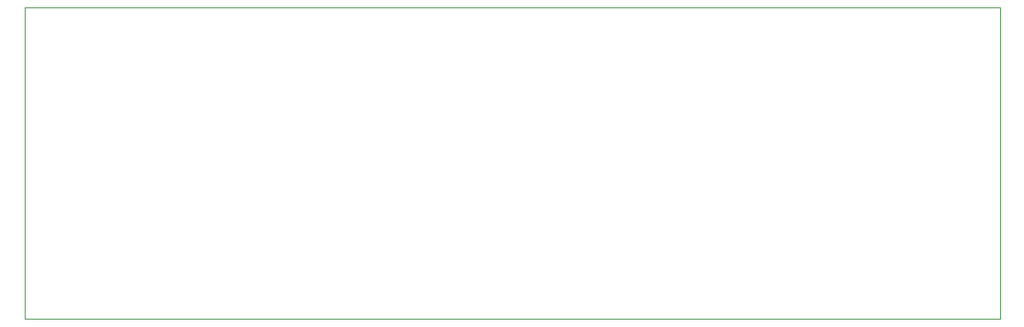
<source format=gbr>
G04*
G04 #@! TF.GenerationSoftware,Altium Limited,Altium Designer,25.8.1 (18)*
G04*
G04 Layer_Color=0*
%FSLAX44Y44*%
%MOMM*%
G71*
G04*
G04 #@! TF.SameCoordinates,845D26C6-CDDF-46F2-9304-2575DF004011*
G04*
G04*
G04 #@! TF.FilePolarity,Positive*
G04*
G01*
G75*
%ADD112C,0.0254*%
D112*
X0Y0D02*
X1000000D01*
Y320000D01*
X0D01*
Y0D01*
M02*

</source>
